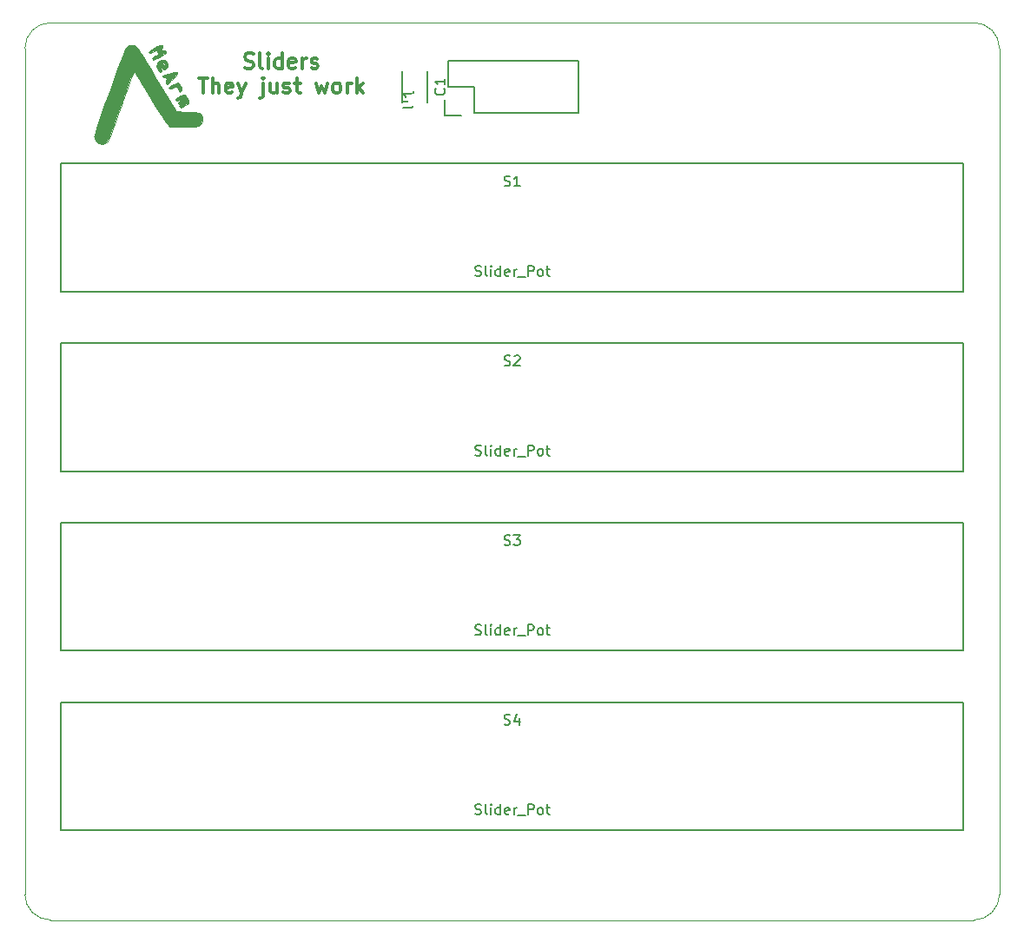
<source format=gto>
G04 #@! TF.FileFunction,Legend,Top*
%FSLAX46Y46*%
G04 Gerber Fmt 4.6, Leading zero omitted, Abs format (unit mm)*
G04 Created by KiCad (PCBNEW (2015-01-16 BZR 5376)-product) date 26/03/2015 17:18:18*
%MOMM*%
G01*
G04 APERTURE LIST*
%ADD10C,0.100000*%
%ADD11C,0.300000*%
%ADD12C,0.150000*%
%ADD13R,1.300000X1.300000*%
%ADD14C,1.300000*%
%ADD15O,2.400000X3.000000*%
%ADD16R,1.727200X1.727200*%
%ADD17O,1.727200X1.727200*%
%ADD18C,4.000000*%
G04 APERTURE END LIST*
D10*
D11*
X106428572Y-49407143D02*
X106642858Y-49478571D01*
X107000001Y-49478571D01*
X107142858Y-49407143D01*
X107214287Y-49335714D01*
X107285715Y-49192857D01*
X107285715Y-49050000D01*
X107214287Y-48907143D01*
X107142858Y-48835714D01*
X107000001Y-48764286D01*
X106714287Y-48692857D01*
X106571429Y-48621429D01*
X106500001Y-48550000D01*
X106428572Y-48407143D01*
X106428572Y-48264286D01*
X106500001Y-48121429D01*
X106571429Y-48050000D01*
X106714287Y-47978571D01*
X107071429Y-47978571D01*
X107285715Y-48050000D01*
X108142858Y-49478571D02*
X108000000Y-49407143D01*
X107928572Y-49264286D01*
X107928572Y-47978571D01*
X108714286Y-49478571D02*
X108714286Y-48478571D01*
X108714286Y-47978571D02*
X108642857Y-48050000D01*
X108714286Y-48121429D01*
X108785714Y-48050000D01*
X108714286Y-47978571D01*
X108714286Y-48121429D01*
X110071429Y-49478571D02*
X110071429Y-47978571D01*
X110071429Y-49407143D02*
X109928572Y-49478571D01*
X109642858Y-49478571D01*
X109500000Y-49407143D01*
X109428572Y-49335714D01*
X109357143Y-49192857D01*
X109357143Y-48764286D01*
X109428572Y-48621429D01*
X109500000Y-48550000D01*
X109642858Y-48478571D01*
X109928572Y-48478571D01*
X110071429Y-48550000D01*
X111357143Y-49407143D02*
X111214286Y-49478571D01*
X110928572Y-49478571D01*
X110785715Y-49407143D01*
X110714286Y-49264286D01*
X110714286Y-48692857D01*
X110785715Y-48550000D01*
X110928572Y-48478571D01*
X111214286Y-48478571D01*
X111357143Y-48550000D01*
X111428572Y-48692857D01*
X111428572Y-48835714D01*
X110714286Y-48978571D01*
X112071429Y-49478571D02*
X112071429Y-48478571D01*
X112071429Y-48764286D02*
X112142857Y-48621429D01*
X112214286Y-48550000D01*
X112357143Y-48478571D01*
X112500000Y-48478571D01*
X112928571Y-49407143D02*
X113071428Y-49478571D01*
X113357143Y-49478571D01*
X113500000Y-49407143D01*
X113571428Y-49264286D01*
X113571428Y-49192857D01*
X113500000Y-49050000D01*
X113357143Y-48978571D01*
X113142857Y-48978571D01*
X113000000Y-48907143D01*
X112928571Y-48764286D01*
X112928571Y-48692857D01*
X113000000Y-48550000D01*
X113142857Y-48478571D01*
X113357143Y-48478571D01*
X113500000Y-48550000D01*
X101928571Y-50378571D02*
X102785714Y-50378571D01*
X102357143Y-51878571D02*
X102357143Y-50378571D01*
X103285714Y-51878571D02*
X103285714Y-50378571D01*
X103928571Y-51878571D02*
X103928571Y-51092857D01*
X103857142Y-50950000D01*
X103714285Y-50878571D01*
X103500000Y-50878571D01*
X103357142Y-50950000D01*
X103285714Y-51021429D01*
X105214285Y-51807143D02*
X105071428Y-51878571D01*
X104785714Y-51878571D01*
X104642857Y-51807143D01*
X104571428Y-51664286D01*
X104571428Y-51092857D01*
X104642857Y-50950000D01*
X104785714Y-50878571D01*
X105071428Y-50878571D01*
X105214285Y-50950000D01*
X105285714Y-51092857D01*
X105285714Y-51235714D01*
X104571428Y-51378571D01*
X105785714Y-50878571D02*
X106142857Y-51878571D01*
X106499999Y-50878571D02*
X106142857Y-51878571D01*
X105999999Y-52235714D01*
X105928571Y-52307143D01*
X105785714Y-52378571D01*
X108214285Y-50878571D02*
X108214285Y-52164286D01*
X108142856Y-52307143D01*
X107999999Y-52378571D01*
X107928571Y-52378571D01*
X108214285Y-50378571D02*
X108142856Y-50450000D01*
X108214285Y-50521429D01*
X108285713Y-50450000D01*
X108214285Y-50378571D01*
X108214285Y-50521429D01*
X109571428Y-50878571D02*
X109571428Y-51878571D01*
X108928571Y-50878571D02*
X108928571Y-51664286D01*
X108999999Y-51807143D01*
X109142857Y-51878571D01*
X109357142Y-51878571D01*
X109499999Y-51807143D01*
X109571428Y-51735714D01*
X110214285Y-51807143D02*
X110357142Y-51878571D01*
X110642857Y-51878571D01*
X110785714Y-51807143D01*
X110857142Y-51664286D01*
X110857142Y-51592857D01*
X110785714Y-51450000D01*
X110642857Y-51378571D01*
X110428571Y-51378571D01*
X110285714Y-51307143D01*
X110214285Y-51164286D01*
X110214285Y-51092857D01*
X110285714Y-50950000D01*
X110428571Y-50878571D01*
X110642857Y-50878571D01*
X110785714Y-50950000D01*
X111285714Y-50878571D02*
X111857143Y-50878571D01*
X111500000Y-50378571D02*
X111500000Y-51664286D01*
X111571428Y-51807143D01*
X111714286Y-51878571D01*
X111857143Y-51878571D01*
X113357143Y-50878571D02*
X113642857Y-51878571D01*
X113928571Y-51164286D01*
X114214286Y-51878571D01*
X114500000Y-50878571D01*
X115285715Y-51878571D02*
X115142857Y-51807143D01*
X115071429Y-51735714D01*
X115000000Y-51592857D01*
X115000000Y-51164286D01*
X115071429Y-51021429D01*
X115142857Y-50950000D01*
X115285715Y-50878571D01*
X115500000Y-50878571D01*
X115642857Y-50950000D01*
X115714286Y-51021429D01*
X115785715Y-51164286D01*
X115785715Y-51592857D01*
X115714286Y-51735714D01*
X115642857Y-51807143D01*
X115500000Y-51878571D01*
X115285715Y-51878571D01*
X116428572Y-51878571D02*
X116428572Y-50878571D01*
X116428572Y-51164286D02*
X116500000Y-51021429D01*
X116571429Y-50950000D01*
X116714286Y-50878571D01*
X116857143Y-50878571D01*
X117357143Y-51878571D02*
X117357143Y-50378571D01*
X117500000Y-51307143D02*
X117928571Y-51878571D01*
X117928571Y-50878571D02*
X117357143Y-51450000D01*
D10*
X85000000Y-127500000D02*
X85000000Y-130000000D01*
X180000000Y-127500000D02*
X180000000Y-130000000D01*
X85000000Y-125000000D02*
X85000000Y-127500000D01*
X180000000Y-125000000D02*
X180000000Y-127500000D01*
X85000000Y-125000000D02*
X85000000Y-47500000D01*
X177500000Y-132500000D02*
X87500000Y-132500000D01*
X180000000Y-47500000D02*
X180000000Y-125000000D01*
X87500000Y-45000000D02*
G75*
G03X85000000Y-47500000I0J-2500000D01*
G01*
X85000000Y-130000000D02*
G75*
G03X87500000Y-132500000I2500000J0D01*
G01*
X177500000Y-132500000D02*
G75*
G03X180000000Y-130000000I0J2500000D01*
G01*
X180000000Y-47500000D02*
G75*
G03X177500000Y-45000000I-2500000J0D01*
G01*
X87500000Y-45000000D02*
X177500000Y-45000000D01*
D12*
X124250000Y-49750000D02*
X124250000Y-52750000D01*
X121750000Y-52750000D02*
X121750000Y-49750000D01*
X88500000Y-58750000D02*
X176500000Y-58750000D01*
X176500000Y-58750000D02*
X176500000Y-71250000D01*
X176500000Y-71250000D02*
X88500000Y-71250000D01*
X88500000Y-58750000D02*
X88500000Y-71250000D01*
X88500000Y-76250000D02*
X176500000Y-76250000D01*
X176500000Y-76250000D02*
X176500000Y-88750000D01*
X176500000Y-88750000D02*
X88500000Y-88750000D01*
X88500000Y-76250000D02*
X88500000Y-88750000D01*
X88500000Y-93750000D02*
X176500000Y-93750000D01*
X176500000Y-93750000D02*
X176500000Y-106250000D01*
X176500000Y-106250000D02*
X88500000Y-106250000D01*
X88500000Y-93750000D02*
X88500000Y-106250000D01*
X88500000Y-111250000D02*
X176500000Y-111250000D01*
X176500000Y-111250000D02*
X176500000Y-123750000D01*
X176500000Y-123750000D02*
X88500000Y-123750000D01*
X88500000Y-111250000D02*
X88500000Y-123750000D01*
X126230000Y-48690000D02*
X138930000Y-48690000D01*
X138930000Y-48690000D02*
X138930000Y-53770000D01*
X138930000Y-53770000D02*
X128770000Y-53770000D01*
X126230000Y-48690000D02*
X126230000Y-51230000D01*
X125950000Y-52500000D02*
X125950000Y-54050000D01*
X126230000Y-51230000D02*
X128770000Y-51230000D01*
X128770000Y-51230000D02*
X128770000Y-53770000D01*
X125950000Y-54050000D02*
X127500000Y-54050000D01*
D10*
G36*
X102323673Y-54257117D02*
X102318423Y-54555990D01*
X102201252Y-54834951D01*
X102126182Y-54924848D01*
X102044058Y-55001331D01*
X101956128Y-55056292D01*
X101834770Y-55093285D01*
X101652361Y-55115865D01*
X101381278Y-55127586D01*
X100993901Y-55132001D01*
X100511002Y-55132666D01*
X99103641Y-55132666D01*
X98876860Y-54899833D01*
X98779900Y-54772727D01*
X98608737Y-54518759D01*
X98375316Y-54156854D01*
X98091579Y-53705931D01*
X97769471Y-53184914D01*
X97420936Y-52612723D01*
X97168873Y-52193946D01*
X96817944Y-51610276D01*
X96493820Y-51075500D01*
X96206852Y-50606361D01*
X95967390Y-50219605D01*
X95785784Y-49931973D01*
X95672383Y-49760211D01*
X95638029Y-49717446D01*
X95600313Y-49793897D01*
X95512976Y-50013754D01*
X95382075Y-50360503D01*
X95213664Y-50817633D01*
X95013799Y-51368628D01*
X94788536Y-51996978D01*
X94543930Y-52686168D01*
X94410362Y-53065211D01*
X94109394Y-53913480D01*
X93836252Y-54667457D01*
X93595278Y-55315827D01*
X93390813Y-55847274D01*
X93227200Y-56250482D01*
X93108782Y-56514134D01*
X93045876Y-56621211D01*
X92813202Y-56769393D01*
X92512686Y-56827973D01*
X92220377Y-56789356D01*
X92081996Y-56717473D01*
X91885767Y-56488462D01*
X91766361Y-56200254D01*
X91750667Y-56070976D01*
X91778198Y-55959432D01*
X91857252Y-55704060D01*
X91982515Y-55320544D01*
X92148674Y-54824566D01*
X92350418Y-54231809D01*
X92582434Y-53557955D01*
X92839410Y-52818689D01*
X93116032Y-52029693D01*
X93208078Y-51768576D01*
X93551861Y-50796213D01*
X93845640Y-49971571D01*
X94095228Y-49282501D01*
X94306438Y-48716854D01*
X94485083Y-48262482D01*
X94636977Y-47907237D01*
X94767933Y-47638969D01*
X94883764Y-47445530D01*
X94990283Y-47314772D01*
X95093304Y-47234546D01*
X95198639Y-47192703D01*
X95312101Y-47177094D01*
X95405987Y-47175296D01*
X95639625Y-47198886D01*
X95809897Y-47253917D01*
X95811452Y-47254888D01*
X95880148Y-47341848D01*
X96026406Y-47558773D01*
X96240647Y-47890441D01*
X96513292Y-48321625D01*
X96834763Y-48837101D01*
X97195479Y-49421646D01*
X97585863Y-50060033D01*
X97848226Y-50492091D01*
X99761213Y-53651000D01*
X100814773Y-53695834D01*
X101232360Y-53718616D01*
X101597553Y-53747814D01*
X101871830Y-53779725D01*
X102016669Y-53810642D01*
X102018852Y-53811628D01*
X102222113Y-53991331D01*
X102323673Y-54257117D01*
X102323673Y-54257117D01*
X102323673Y-54257117D01*
G37*
X102323673Y-54257117D02*
X102318423Y-54555990D01*
X102201252Y-54834951D01*
X102126182Y-54924848D01*
X102044058Y-55001331D01*
X101956128Y-55056292D01*
X101834770Y-55093285D01*
X101652361Y-55115865D01*
X101381278Y-55127586D01*
X100993901Y-55132001D01*
X100511002Y-55132666D01*
X99103641Y-55132666D01*
X98876860Y-54899833D01*
X98779900Y-54772727D01*
X98608737Y-54518759D01*
X98375316Y-54156854D01*
X98091579Y-53705931D01*
X97769471Y-53184914D01*
X97420936Y-52612723D01*
X97168873Y-52193946D01*
X96817944Y-51610276D01*
X96493820Y-51075500D01*
X96206852Y-50606361D01*
X95967390Y-50219605D01*
X95785784Y-49931973D01*
X95672383Y-49760211D01*
X95638029Y-49717446D01*
X95600313Y-49793897D01*
X95512976Y-50013754D01*
X95382075Y-50360503D01*
X95213664Y-50817633D01*
X95013799Y-51368628D01*
X94788536Y-51996978D01*
X94543930Y-52686168D01*
X94410362Y-53065211D01*
X94109394Y-53913480D01*
X93836252Y-54667457D01*
X93595278Y-55315827D01*
X93390813Y-55847274D01*
X93227200Y-56250482D01*
X93108782Y-56514134D01*
X93045876Y-56621211D01*
X92813202Y-56769393D01*
X92512686Y-56827973D01*
X92220377Y-56789356D01*
X92081996Y-56717473D01*
X91885767Y-56488462D01*
X91766361Y-56200254D01*
X91750667Y-56070976D01*
X91778198Y-55959432D01*
X91857252Y-55704060D01*
X91982515Y-55320544D01*
X92148674Y-54824566D01*
X92350418Y-54231809D01*
X92582434Y-53557955D01*
X92839410Y-52818689D01*
X93116032Y-52029693D01*
X93208078Y-51768576D01*
X93551861Y-50796213D01*
X93845640Y-49971571D01*
X94095228Y-49282501D01*
X94306438Y-48716854D01*
X94485083Y-48262482D01*
X94636977Y-47907237D01*
X94767933Y-47638969D01*
X94883764Y-47445530D01*
X94990283Y-47314772D01*
X95093304Y-47234546D01*
X95198639Y-47192703D01*
X95312101Y-47177094D01*
X95405987Y-47175296D01*
X95639625Y-47198886D01*
X95809897Y-47253917D01*
X95811452Y-47254888D01*
X95880148Y-47341848D01*
X96026406Y-47558773D01*
X96240647Y-47890441D01*
X96513292Y-48321625D01*
X96834763Y-48837101D01*
X97195479Y-49421646D01*
X97585863Y-50060033D01*
X97848226Y-50492091D01*
X99761213Y-53651000D01*
X100814773Y-53695834D01*
X101232360Y-53718616D01*
X101597553Y-53747814D01*
X101871830Y-53779725D01*
X102016669Y-53810642D01*
X102018852Y-53811628D01*
X102222113Y-53991331D01*
X102323673Y-54257117D01*
X102323673Y-54257117D01*
G36*
X100979333Y-52731612D02*
X100911227Y-52840630D01*
X100742346Y-52984552D01*
X100525849Y-53127721D01*
X100314892Y-53234482D01*
X100176682Y-53270000D01*
X100063145Y-53212811D01*
X100048000Y-53162253D01*
X100116233Y-53056971D01*
X100285944Y-52928510D01*
X100344839Y-52894648D01*
X100522127Y-52786476D01*
X100605027Y-52710098D01*
X100604314Y-52697425D01*
X100516744Y-52712733D01*
X100373303Y-52795697D01*
X100174980Y-52898116D01*
X100029161Y-52931333D01*
X99896692Y-52891803D01*
X99895463Y-52793291D01*
X100012714Y-52665909D01*
X100185482Y-52562385D01*
X100365904Y-52461094D01*
X100447451Y-52384025D01*
X100444957Y-52368735D01*
X100350051Y-52376857D01*
X100203970Y-52457030D01*
X99991595Y-52564294D01*
X99813082Y-52585452D01*
X99715677Y-52518298D01*
X99709333Y-52480139D01*
X99780953Y-52383674D01*
X99959236Y-52263102D01*
X100189316Y-52145131D01*
X100416328Y-52056469D01*
X100585405Y-52023823D01*
X100626583Y-52033629D01*
X100731092Y-52154397D01*
X100849675Y-52362172D01*
X100944799Y-52582684D01*
X100979333Y-52731612D01*
X100979333Y-52731612D01*
X100979333Y-52731612D01*
G37*
X100979333Y-52731612D02*
X100911227Y-52840630D01*
X100742346Y-52984552D01*
X100525849Y-53127721D01*
X100314892Y-53234482D01*
X100176682Y-53270000D01*
X100063145Y-53212811D01*
X100048000Y-53162253D01*
X100116233Y-53056971D01*
X100285944Y-52928510D01*
X100344839Y-52894648D01*
X100522127Y-52786476D01*
X100605027Y-52710098D01*
X100604314Y-52697425D01*
X100516744Y-52712733D01*
X100373303Y-52795697D01*
X100174980Y-52898116D01*
X100029161Y-52931333D01*
X99896692Y-52891803D01*
X99895463Y-52793291D01*
X100012714Y-52665909D01*
X100185482Y-52562385D01*
X100365904Y-52461094D01*
X100447451Y-52384025D01*
X100444957Y-52368735D01*
X100350051Y-52376857D01*
X100203970Y-52457030D01*
X99991595Y-52564294D01*
X99813082Y-52585452D01*
X99715677Y-52518298D01*
X99709333Y-52480139D01*
X99780953Y-52383674D01*
X99959236Y-52263102D01*
X100189316Y-52145131D01*
X100416328Y-52056469D01*
X100585405Y-52023823D01*
X100626583Y-52033629D01*
X100731092Y-52154397D01*
X100849675Y-52362172D01*
X100944799Y-52582684D01*
X100979333Y-52731612D01*
X100979333Y-52731612D01*
G36*
X100277515Y-51517581D02*
X100196257Y-51679647D01*
X100099392Y-51732649D01*
X99984703Y-51724484D01*
X99980078Y-51608116D01*
X99986900Y-51580357D01*
X99969595Y-51400739D01*
X99837862Y-51294613D01*
X99637115Y-51279578D01*
X99427200Y-51363481D01*
X99224608Y-51450227D01*
X99079159Y-51428756D01*
X99032000Y-51324908D01*
X99100748Y-51244936D01*
X99272648Y-51125256D01*
X99496179Y-50995087D01*
X99719823Y-50883648D01*
X99892060Y-50820158D01*
X99931664Y-50814666D01*
X100036935Y-50881799D01*
X100048000Y-50931299D01*
X100107767Y-51078583D01*
X100179280Y-51156885D01*
X100275159Y-51319523D01*
X100277515Y-51517581D01*
X100277515Y-51517581D01*
X100277515Y-51517581D01*
G37*
X100277515Y-51517581D02*
X100196257Y-51679647D01*
X100099392Y-51732649D01*
X99984703Y-51724484D01*
X99980078Y-51608116D01*
X99986900Y-51580357D01*
X99969595Y-51400739D01*
X99837862Y-51294613D01*
X99637115Y-51279578D01*
X99427200Y-51363481D01*
X99224608Y-51450227D01*
X99079159Y-51428756D01*
X99032000Y-51324908D01*
X99100748Y-51244936D01*
X99272648Y-51125256D01*
X99496179Y-50995087D01*
X99719823Y-50883648D01*
X99892060Y-50820158D01*
X99931664Y-50814666D01*
X100036935Y-50881799D01*
X100048000Y-50931299D01*
X100107767Y-51078583D01*
X100179280Y-51156885D01*
X100275159Y-51319523D01*
X100277515Y-51517581D01*
X100277515Y-51517581D01*
G36*
X99885030Y-49848888D02*
X99828419Y-49993655D01*
X99651466Y-50223534D01*
X99389378Y-50499817D01*
X99186357Y-50698187D01*
X99186357Y-50275688D01*
X99173111Y-50250222D01*
X99072631Y-50240089D01*
X99060222Y-50250222D01*
X99071844Y-50300556D01*
X99116667Y-50306666D01*
X99186357Y-50275688D01*
X99186357Y-50698187D01*
X99132036Y-50751264D01*
X98965893Y-50900332D01*
X98863580Y-50965540D01*
X98797729Y-50965403D01*
X98752757Y-50930534D01*
X98743593Y-50822555D01*
X98780675Y-50725001D01*
X98828739Y-50531833D01*
X98774626Y-50386930D01*
X98642282Y-50341645D01*
X98605765Y-50349920D01*
X98463840Y-50344321D01*
X98369394Y-50267399D01*
X98380443Y-50168297D01*
X98385282Y-50163161D01*
X98480167Y-50126159D01*
X98692156Y-50063942D01*
X98973210Y-49988734D01*
X99275291Y-49912757D01*
X99550359Y-49848236D01*
X99750377Y-49807393D01*
X99815167Y-49799327D01*
X99885030Y-49848888D01*
X99885030Y-49848888D01*
X99885030Y-49848888D01*
G37*
X99885030Y-49848888D02*
X99828419Y-49993655D01*
X99651466Y-50223534D01*
X99389378Y-50499817D01*
X99186357Y-50698187D01*
X99186357Y-50275688D01*
X99173111Y-50250222D01*
X99072631Y-50240089D01*
X99060222Y-50250222D01*
X99071844Y-50300556D01*
X99116667Y-50306666D01*
X99186357Y-50275688D01*
X99186357Y-50698187D01*
X99132036Y-50751264D01*
X98965893Y-50900332D01*
X98863580Y-50965540D01*
X98797729Y-50965403D01*
X98752757Y-50930534D01*
X98743593Y-50822555D01*
X98780675Y-50725001D01*
X98828739Y-50531833D01*
X98774626Y-50386930D01*
X98642282Y-50341645D01*
X98605765Y-50349920D01*
X98463840Y-50344321D01*
X98369394Y-50267399D01*
X98380443Y-50168297D01*
X98385282Y-50163161D01*
X98480167Y-50126159D01*
X98692156Y-50063942D01*
X98973210Y-49988734D01*
X99275291Y-49912757D01*
X99550359Y-49848236D01*
X99750377Y-49807393D01*
X99815167Y-49799327D01*
X99885030Y-49848888D01*
X99885030Y-49848888D01*
G36*
X98934522Y-49077442D02*
X98904410Y-49327469D01*
X98759161Y-49497532D01*
X98663015Y-49556668D01*
X98663015Y-49082315D01*
X98611645Y-48997921D01*
X98476205Y-48878044D01*
X98411966Y-48901395D01*
X98444103Y-49054505D01*
X98455785Y-49081296D01*
X98555431Y-49223636D01*
X98636648Y-49211884D01*
X98663015Y-49082315D01*
X98663015Y-49556668D01*
X98590049Y-49601548D01*
X98476348Y-49601261D01*
X98363091Y-49480234D01*
X98279741Y-49354166D01*
X98169588Y-49201745D01*
X98107226Y-49153344D01*
X98102093Y-49165994D01*
X98145777Y-49295052D01*
X98232571Y-49441309D01*
X98312675Y-49626720D01*
X98283920Y-49760881D01*
X98190074Y-49798666D01*
X98098314Y-49735127D01*
X97983404Y-49589978D01*
X97853644Y-49285312D01*
X97864938Y-49009595D01*
X98012809Y-48796389D01*
X98096462Y-48742507D01*
X98412902Y-48627392D01*
X98652965Y-48655331D01*
X98815532Y-48801505D01*
X98934522Y-49077442D01*
X98934522Y-49077442D01*
X98934522Y-49077442D01*
G37*
X98934522Y-49077442D02*
X98904410Y-49327469D01*
X98759161Y-49497532D01*
X98663015Y-49556668D01*
X98663015Y-49082315D01*
X98611645Y-48997921D01*
X98476205Y-48878044D01*
X98411966Y-48901395D01*
X98444103Y-49054505D01*
X98455785Y-49081296D01*
X98555431Y-49223636D01*
X98636648Y-49211884D01*
X98663015Y-49082315D01*
X98663015Y-49556668D01*
X98590049Y-49601548D01*
X98476348Y-49601261D01*
X98363091Y-49480234D01*
X98279741Y-49354166D01*
X98169588Y-49201745D01*
X98107226Y-49153344D01*
X98102093Y-49165994D01*
X98145777Y-49295052D01*
X98232571Y-49441309D01*
X98312675Y-49626720D01*
X98283920Y-49760881D01*
X98190074Y-49798666D01*
X98098314Y-49735127D01*
X97983404Y-49589978D01*
X97853644Y-49285312D01*
X97864938Y-49009595D01*
X98012809Y-48796389D01*
X98096462Y-48742507D01*
X98412902Y-48627392D01*
X98652965Y-48655331D01*
X98815532Y-48801505D01*
X98934522Y-49077442D01*
X98934522Y-49077442D01*
G36*
X98726947Y-47857265D02*
X98648426Y-48003194D01*
X98584778Y-48050288D01*
X98223589Y-48263949D01*
X97904013Y-48440417D01*
X97658795Y-48562472D01*
X97520680Y-48612893D01*
X97514090Y-48613333D01*
X97433307Y-48544978D01*
X97423333Y-48488054D01*
X97492940Y-48378135D01*
X97669233Y-48243311D01*
X97777031Y-48182331D01*
X97982687Y-48068351D01*
X98053309Y-47994683D01*
X98009574Y-47935095D01*
X97984003Y-47919776D01*
X97887197Y-47827819D01*
X97937005Y-47717498D01*
X98000573Y-47625985D01*
X97968249Y-47609996D01*
X97823772Y-47673857D01*
X97556589Y-47818702D01*
X97279299Y-47955500D01*
X97125168Y-47984418D01*
X97086885Y-47905517D01*
X97110105Y-47822496D01*
X97204908Y-47724302D01*
X97404241Y-47584349D01*
X97658559Y-47431131D01*
X97918320Y-47293141D01*
X98133979Y-47198872D01*
X98237705Y-47174000D01*
X98377476Y-47234763D01*
X98400711Y-47391442D01*
X98355603Y-47510916D01*
X98309505Y-47637912D01*
X98388691Y-47679360D01*
X98469629Y-47681999D01*
X98662266Y-47733944D01*
X98726947Y-47857265D01*
X98726947Y-47857265D01*
X98726947Y-47857265D01*
G37*
X98726947Y-47857265D02*
X98648426Y-48003194D01*
X98584778Y-48050288D01*
X98223589Y-48263949D01*
X97904013Y-48440417D01*
X97658795Y-48562472D01*
X97520680Y-48612893D01*
X97514090Y-48613333D01*
X97433307Y-48544978D01*
X97423333Y-48488054D01*
X97492940Y-48378135D01*
X97669233Y-48243311D01*
X97777031Y-48182331D01*
X97982687Y-48068351D01*
X98053309Y-47994683D01*
X98009574Y-47935095D01*
X97984003Y-47919776D01*
X97887197Y-47827819D01*
X97937005Y-47717498D01*
X98000573Y-47625985D01*
X97968249Y-47609996D01*
X97823772Y-47673857D01*
X97556589Y-47818702D01*
X97279299Y-47955500D01*
X97125168Y-47984418D01*
X97086885Y-47905517D01*
X97110105Y-47822496D01*
X97204908Y-47724302D01*
X97404241Y-47584349D01*
X97658559Y-47431131D01*
X97918320Y-47293141D01*
X98133979Y-47198872D01*
X98237705Y-47174000D01*
X98377476Y-47234763D01*
X98400711Y-47391442D01*
X98355603Y-47510916D01*
X98309505Y-47637912D01*
X98388691Y-47679360D01*
X98469629Y-47681999D01*
X98662266Y-47733944D01*
X98726947Y-47857265D01*
X98726947Y-47857265D01*
D12*
X125857143Y-51416666D02*
X125904762Y-51464285D01*
X125952381Y-51607142D01*
X125952381Y-51702380D01*
X125904762Y-51845238D01*
X125809524Y-51940476D01*
X125714286Y-51988095D01*
X125523810Y-52035714D01*
X125380952Y-52035714D01*
X125190476Y-51988095D01*
X125095238Y-51940476D01*
X125000000Y-51845238D01*
X124952381Y-51702380D01*
X124952381Y-51607142D01*
X125000000Y-51464285D01*
X125047619Y-51416666D01*
X125952381Y-50464285D02*
X125952381Y-51035714D01*
X125952381Y-50750000D02*
X124952381Y-50750000D01*
X125095238Y-50845238D01*
X125190476Y-50940476D01*
X125238095Y-51035714D01*
X131738095Y-60904762D02*
X131880952Y-60952381D01*
X132119048Y-60952381D01*
X132214286Y-60904762D01*
X132261905Y-60857143D01*
X132309524Y-60761905D01*
X132309524Y-60666667D01*
X132261905Y-60571429D01*
X132214286Y-60523810D01*
X132119048Y-60476190D01*
X131928571Y-60428571D01*
X131833333Y-60380952D01*
X131785714Y-60333333D01*
X131738095Y-60238095D01*
X131738095Y-60142857D01*
X131785714Y-60047619D01*
X131833333Y-60000000D01*
X131928571Y-59952381D01*
X132166667Y-59952381D01*
X132309524Y-60000000D01*
X133261905Y-60952381D02*
X132690476Y-60952381D01*
X132976190Y-60952381D02*
X132976190Y-59952381D01*
X132880952Y-60095238D01*
X132785714Y-60190476D01*
X132690476Y-60238095D01*
X128904761Y-69654762D02*
X129047618Y-69702381D01*
X129285714Y-69702381D01*
X129380952Y-69654762D01*
X129428571Y-69607143D01*
X129476190Y-69511905D01*
X129476190Y-69416667D01*
X129428571Y-69321429D01*
X129380952Y-69273810D01*
X129285714Y-69226190D01*
X129095237Y-69178571D01*
X128999999Y-69130952D01*
X128952380Y-69083333D01*
X128904761Y-68988095D01*
X128904761Y-68892857D01*
X128952380Y-68797619D01*
X128999999Y-68750000D01*
X129095237Y-68702381D01*
X129333333Y-68702381D01*
X129476190Y-68750000D01*
X130047618Y-69702381D02*
X129952380Y-69654762D01*
X129904761Y-69559524D01*
X129904761Y-68702381D01*
X130428571Y-69702381D02*
X130428571Y-69035714D01*
X130428571Y-68702381D02*
X130380952Y-68750000D01*
X130428571Y-68797619D01*
X130476190Y-68750000D01*
X130428571Y-68702381D01*
X130428571Y-68797619D01*
X131333333Y-69702381D02*
X131333333Y-68702381D01*
X131333333Y-69654762D02*
X131238095Y-69702381D01*
X131047618Y-69702381D01*
X130952380Y-69654762D01*
X130904761Y-69607143D01*
X130857142Y-69511905D01*
X130857142Y-69226190D01*
X130904761Y-69130952D01*
X130952380Y-69083333D01*
X131047618Y-69035714D01*
X131238095Y-69035714D01*
X131333333Y-69083333D01*
X132190476Y-69654762D02*
X132095238Y-69702381D01*
X131904761Y-69702381D01*
X131809523Y-69654762D01*
X131761904Y-69559524D01*
X131761904Y-69178571D01*
X131809523Y-69083333D01*
X131904761Y-69035714D01*
X132095238Y-69035714D01*
X132190476Y-69083333D01*
X132238095Y-69178571D01*
X132238095Y-69273810D01*
X131761904Y-69369048D01*
X132666666Y-69702381D02*
X132666666Y-69035714D01*
X132666666Y-69226190D02*
X132714285Y-69130952D01*
X132761904Y-69083333D01*
X132857142Y-69035714D01*
X132952381Y-69035714D01*
X133047619Y-69797619D02*
X133809524Y-69797619D01*
X134047619Y-69702381D02*
X134047619Y-68702381D01*
X134428572Y-68702381D01*
X134523810Y-68750000D01*
X134571429Y-68797619D01*
X134619048Y-68892857D01*
X134619048Y-69035714D01*
X134571429Y-69130952D01*
X134523810Y-69178571D01*
X134428572Y-69226190D01*
X134047619Y-69226190D01*
X135190476Y-69702381D02*
X135095238Y-69654762D01*
X135047619Y-69607143D01*
X135000000Y-69511905D01*
X135000000Y-69226190D01*
X135047619Y-69130952D01*
X135095238Y-69083333D01*
X135190476Y-69035714D01*
X135333334Y-69035714D01*
X135428572Y-69083333D01*
X135476191Y-69130952D01*
X135523810Y-69226190D01*
X135523810Y-69511905D01*
X135476191Y-69607143D01*
X135428572Y-69654762D01*
X135333334Y-69702381D01*
X135190476Y-69702381D01*
X135809524Y-69035714D02*
X136190476Y-69035714D01*
X135952381Y-68702381D02*
X135952381Y-69559524D01*
X136000000Y-69654762D01*
X136095238Y-69702381D01*
X136190476Y-69702381D01*
X131738095Y-78404762D02*
X131880952Y-78452381D01*
X132119048Y-78452381D01*
X132214286Y-78404762D01*
X132261905Y-78357143D01*
X132309524Y-78261905D01*
X132309524Y-78166667D01*
X132261905Y-78071429D01*
X132214286Y-78023810D01*
X132119048Y-77976190D01*
X131928571Y-77928571D01*
X131833333Y-77880952D01*
X131785714Y-77833333D01*
X131738095Y-77738095D01*
X131738095Y-77642857D01*
X131785714Y-77547619D01*
X131833333Y-77500000D01*
X131928571Y-77452381D01*
X132166667Y-77452381D01*
X132309524Y-77500000D01*
X132690476Y-77547619D02*
X132738095Y-77500000D01*
X132833333Y-77452381D01*
X133071429Y-77452381D01*
X133166667Y-77500000D01*
X133214286Y-77547619D01*
X133261905Y-77642857D01*
X133261905Y-77738095D01*
X133214286Y-77880952D01*
X132642857Y-78452381D01*
X133261905Y-78452381D01*
X128904761Y-87154762D02*
X129047618Y-87202381D01*
X129285714Y-87202381D01*
X129380952Y-87154762D01*
X129428571Y-87107143D01*
X129476190Y-87011905D01*
X129476190Y-86916667D01*
X129428571Y-86821429D01*
X129380952Y-86773810D01*
X129285714Y-86726190D01*
X129095237Y-86678571D01*
X128999999Y-86630952D01*
X128952380Y-86583333D01*
X128904761Y-86488095D01*
X128904761Y-86392857D01*
X128952380Y-86297619D01*
X128999999Y-86250000D01*
X129095237Y-86202381D01*
X129333333Y-86202381D01*
X129476190Y-86250000D01*
X130047618Y-87202381D02*
X129952380Y-87154762D01*
X129904761Y-87059524D01*
X129904761Y-86202381D01*
X130428571Y-87202381D02*
X130428571Y-86535714D01*
X130428571Y-86202381D02*
X130380952Y-86250000D01*
X130428571Y-86297619D01*
X130476190Y-86250000D01*
X130428571Y-86202381D01*
X130428571Y-86297619D01*
X131333333Y-87202381D02*
X131333333Y-86202381D01*
X131333333Y-87154762D02*
X131238095Y-87202381D01*
X131047618Y-87202381D01*
X130952380Y-87154762D01*
X130904761Y-87107143D01*
X130857142Y-87011905D01*
X130857142Y-86726190D01*
X130904761Y-86630952D01*
X130952380Y-86583333D01*
X131047618Y-86535714D01*
X131238095Y-86535714D01*
X131333333Y-86583333D01*
X132190476Y-87154762D02*
X132095238Y-87202381D01*
X131904761Y-87202381D01*
X131809523Y-87154762D01*
X131761904Y-87059524D01*
X131761904Y-86678571D01*
X131809523Y-86583333D01*
X131904761Y-86535714D01*
X132095238Y-86535714D01*
X132190476Y-86583333D01*
X132238095Y-86678571D01*
X132238095Y-86773810D01*
X131761904Y-86869048D01*
X132666666Y-87202381D02*
X132666666Y-86535714D01*
X132666666Y-86726190D02*
X132714285Y-86630952D01*
X132761904Y-86583333D01*
X132857142Y-86535714D01*
X132952381Y-86535714D01*
X133047619Y-87297619D02*
X133809524Y-87297619D01*
X134047619Y-87202381D02*
X134047619Y-86202381D01*
X134428572Y-86202381D01*
X134523810Y-86250000D01*
X134571429Y-86297619D01*
X134619048Y-86392857D01*
X134619048Y-86535714D01*
X134571429Y-86630952D01*
X134523810Y-86678571D01*
X134428572Y-86726190D01*
X134047619Y-86726190D01*
X135190476Y-87202381D02*
X135095238Y-87154762D01*
X135047619Y-87107143D01*
X135000000Y-87011905D01*
X135000000Y-86726190D01*
X135047619Y-86630952D01*
X135095238Y-86583333D01*
X135190476Y-86535714D01*
X135333334Y-86535714D01*
X135428572Y-86583333D01*
X135476191Y-86630952D01*
X135523810Y-86726190D01*
X135523810Y-87011905D01*
X135476191Y-87107143D01*
X135428572Y-87154762D01*
X135333334Y-87202381D01*
X135190476Y-87202381D01*
X135809524Y-86535714D02*
X136190476Y-86535714D01*
X135952381Y-86202381D02*
X135952381Y-87059524D01*
X136000000Y-87154762D01*
X136095238Y-87202381D01*
X136190476Y-87202381D01*
X131738095Y-95904762D02*
X131880952Y-95952381D01*
X132119048Y-95952381D01*
X132214286Y-95904762D01*
X132261905Y-95857143D01*
X132309524Y-95761905D01*
X132309524Y-95666667D01*
X132261905Y-95571429D01*
X132214286Y-95523810D01*
X132119048Y-95476190D01*
X131928571Y-95428571D01*
X131833333Y-95380952D01*
X131785714Y-95333333D01*
X131738095Y-95238095D01*
X131738095Y-95142857D01*
X131785714Y-95047619D01*
X131833333Y-95000000D01*
X131928571Y-94952381D01*
X132166667Y-94952381D01*
X132309524Y-95000000D01*
X132642857Y-94952381D02*
X133261905Y-94952381D01*
X132928571Y-95333333D01*
X133071429Y-95333333D01*
X133166667Y-95380952D01*
X133214286Y-95428571D01*
X133261905Y-95523810D01*
X133261905Y-95761905D01*
X133214286Y-95857143D01*
X133166667Y-95904762D01*
X133071429Y-95952381D01*
X132785714Y-95952381D01*
X132690476Y-95904762D01*
X132642857Y-95857143D01*
X128904761Y-104654762D02*
X129047618Y-104702381D01*
X129285714Y-104702381D01*
X129380952Y-104654762D01*
X129428571Y-104607143D01*
X129476190Y-104511905D01*
X129476190Y-104416667D01*
X129428571Y-104321429D01*
X129380952Y-104273810D01*
X129285714Y-104226190D01*
X129095237Y-104178571D01*
X128999999Y-104130952D01*
X128952380Y-104083333D01*
X128904761Y-103988095D01*
X128904761Y-103892857D01*
X128952380Y-103797619D01*
X128999999Y-103750000D01*
X129095237Y-103702381D01*
X129333333Y-103702381D01*
X129476190Y-103750000D01*
X130047618Y-104702381D02*
X129952380Y-104654762D01*
X129904761Y-104559524D01*
X129904761Y-103702381D01*
X130428571Y-104702381D02*
X130428571Y-104035714D01*
X130428571Y-103702381D02*
X130380952Y-103750000D01*
X130428571Y-103797619D01*
X130476190Y-103750000D01*
X130428571Y-103702381D01*
X130428571Y-103797619D01*
X131333333Y-104702381D02*
X131333333Y-103702381D01*
X131333333Y-104654762D02*
X131238095Y-104702381D01*
X131047618Y-104702381D01*
X130952380Y-104654762D01*
X130904761Y-104607143D01*
X130857142Y-104511905D01*
X130857142Y-104226190D01*
X130904761Y-104130952D01*
X130952380Y-104083333D01*
X131047618Y-104035714D01*
X131238095Y-104035714D01*
X131333333Y-104083333D01*
X132190476Y-104654762D02*
X132095238Y-104702381D01*
X131904761Y-104702381D01*
X131809523Y-104654762D01*
X131761904Y-104559524D01*
X131761904Y-104178571D01*
X131809523Y-104083333D01*
X131904761Y-104035714D01*
X132095238Y-104035714D01*
X132190476Y-104083333D01*
X132238095Y-104178571D01*
X132238095Y-104273810D01*
X131761904Y-104369048D01*
X132666666Y-104702381D02*
X132666666Y-104035714D01*
X132666666Y-104226190D02*
X132714285Y-104130952D01*
X132761904Y-104083333D01*
X132857142Y-104035714D01*
X132952381Y-104035714D01*
X133047619Y-104797619D02*
X133809524Y-104797619D01*
X134047619Y-104702381D02*
X134047619Y-103702381D01*
X134428572Y-103702381D01*
X134523810Y-103750000D01*
X134571429Y-103797619D01*
X134619048Y-103892857D01*
X134619048Y-104035714D01*
X134571429Y-104130952D01*
X134523810Y-104178571D01*
X134428572Y-104226190D01*
X134047619Y-104226190D01*
X135190476Y-104702381D02*
X135095238Y-104654762D01*
X135047619Y-104607143D01*
X135000000Y-104511905D01*
X135000000Y-104226190D01*
X135047619Y-104130952D01*
X135095238Y-104083333D01*
X135190476Y-104035714D01*
X135333334Y-104035714D01*
X135428572Y-104083333D01*
X135476191Y-104130952D01*
X135523810Y-104226190D01*
X135523810Y-104511905D01*
X135476191Y-104607143D01*
X135428572Y-104654762D01*
X135333334Y-104702381D01*
X135190476Y-104702381D01*
X135809524Y-104035714D02*
X136190476Y-104035714D01*
X135952381Y-103702381D02*
X135952381Y-104559524D01*
X136000000Y-104654762D01*
X136095238Y-104702381D01*
X136190476Y-104702381D01*
X131738095Y-113404762D02*
X131880952Y-113452381D01*
X132119048Y-113452381D01*
X132214286Y-113404762D01*
X132261905Y-113357143D01*
X132309524Y-113261905D01*
X132309524Y-113166667D01*
X132261905Y-113071429D01*
X132214286Y-113023810D01*
X132119048Y-112976190D01*
X131928571Y-112928571D01*
X131833333Y-112880952D01*
X131785714Y-112833333D01*
X131738095Y-112738095D01*
X131738095Y-112642857D01*
X131785714Y-112547619D01*
X131833333Y-112500000D01*
X131928571Y-112452381D01*
X132166667Y-112452381D01*
X132309524Y-112500000D01*
X133166667Y-112785714D02*
X133166667Y-113452381D01*
X132928571Y-112404762D02*
X132690476Y-113119048D01*
X133309524Y-113119048D01*
X128904761Y-122154762D02*
X129047618Y-122202381D01*
X129285714Y-122202381D01*
X129380952Y-122154762D01*
X129428571Y-122107143D01*
X129476190Y-122011905D01*
X129476190Y-121916667D01*
X129428571Y-121821429D01*
X129380952Y-121773810D01*
X129285714Y-121726190D01*
X129095237Y-121678571D01*
X128999999Y-121630952D01*
X128952380Y-121583333D01*
X128904761Y-121488095D01*
X128904761Y-121392857D01*
X128952380Y-121297619D01*
X128999999Y-121250000D01*
X129095237Y-121202381D01*
X129333333Y-121202381D01*
X129476190Y-121250000D01*
X130047618Y-122202381D02*
X129952380Y-122154762D01*
X129904761Y-122059524D01*
X129904761Y-121202381D01*
X130428571Y-122202381D02*
X130428571Y-121535714D01*
X130428571Y-121202381D02*
X130380952Y-121250000D01*
X130428571Y-121297619D01*
X130476190Y-121250000D01*
X130428571Y-121202381D01*
X130428571Y-121297619D01*
X131333333Y-122202381D02*
X131333333Y-121202381D01*
X131333333Y-122154762D02*
X131238095Y-122202381D01*
X131047618Y-122202381D01*
X130952380Y-122154762D01*
X130904761Y-122107143D01*
X130857142Y-122011905D01*
X130857142Y-121726190D01*
X130904761Y-121630952D01*
X130952380Y-121583333D01*
X131047618Y-121535714D01*
X131238095Y-121535714D01*
X131333333Y-121583333D01*
X132190476Y-122154762D02*
X132095238Y-122202381D01*
X131904761Y-122202381D01*
X131809523Y-122154762D01*
X131761904Y-122059524D01*
X131761904Y-121678571D01*
X131809523Y-121583333D01*
X131904761Y-121535714D01*
X132095238Y-121535714D01*
X132190476Y-121583333D01*
X132238095Y-121678571D01*
X132238095Y-121773810D01*
X131761904Y-121869048D01*
X132666666Y-122202381D02*
X132666666Y-121535714D01*
X132666666Y-121726190D02*
X132714285Y-121630952D01*
X132761904Y-121583333D01*
X132857142Y-121535714D01*
X132952381Y-121535714D01*
X133047619Y-122297619D02*
X133809524Y-122297619D01*
X134047619Y-122202381D02*
X134047619Y-121202381D01*
X134428572Y-121202381D01*
X134523810Y-121250000D01*
X134571429Y-121297619D01*
X134619048Y-121392857D01*
X134619048Y-121535714D01*
X134571429Y-121630952D01*
X134523810Y-121678571D01*
X134428572Y-121726190D01*
X134047619Y-121726190D01*
X135190476Y-122202381D02*
X135095238Y-122154762D01*
X135047619Y-122107143D01*
X135000000Y-122011905D01*
X135000000Y-121726190D01*
X135047619Y-121630952D01*
X135095238Y-121583333D01*
X135190476Y-121535714D01*
X135333334Y-121535714D01*
X135428572Y-121583333D01*
X135476191Y-121630952D01*
X135523810Y-121726190D01*
X135523810Y-122011905D01*
X135476191Y-122107143D01*
X135428572Y-122154762D01*
X135333334Y-122202381D01*
X135190476Y-122202381D01*
X135809524Y-121535714D02*
X136190476Y-121535714D01*
X135952381Y-121202381D02*
X135952381Y-122059524D01*
X136000000Y-122154762D01*
X136095238Y-122202381D01*
X136190476Y-122202381D01*
X121852381Y-53261905D02*
X122661905Y-53261905D01*
X122757143Y-53214286D01*
X122804762Y-53166667D01*
X122852381Y-53071429D01*
X122852381Y-52880952D01*
X122804762Y-52785714D01*
X122757143Y-52738095D01*
X122661905Y-52690476D01*
X121852381Y-52690476D01*
X122852381Y-51690476D02*
X122852381Y-52261905D01*
X122852381Y-51976191D02*
X121852381Y-51976191D01*
X121995238Y-52071429D01*
X122090476Y-52166667D01*
X122138095Y-52261905D01*
%LPC*%
D13*
X123000000Y-50000000D03*
D14*
X123000000Y-52500000D03*
D15*
X97500000Y-63000000D03*
X92500000Y-68000000D03*
X167500000Y-63000000D03*
X172500000Y-68000000D03*
X97500000Y-80500000D03*
X92500000Y-85500000D03*
X167500000Y-80500000D03*
X172500000Y-85500000D03*
X97500000Y-98000000D03*
X92500000Y-103000000D03*
X167500000Y-98000000D03*
X172500000Y-103000000D03*
X97500000Y-115500000D03*
X92500000Y-120500000D03*
X167500000Y-115500000D03*
X172500000Y-120500000D03*
D16*
X127500000Y-52500000D03*
D17*
X127500000Y-49960000D03*
X130040000Y-52500000D03*
X130040000Y-49960000D03*
X132580000Y-52500000D03*
X132580000Y-49960000D03*
X135120000Y-52500000D03*
X135120000Y-49960000D03*
X137660000Y-52500000D03*
X137660000Y-49960000D03*
D18*
X90000000Y-50000000D03*
X175000000Y-50000000D03*
X90000000Y-127500000D03*
X175000000Y-127500000D03*
M02*

</source>
